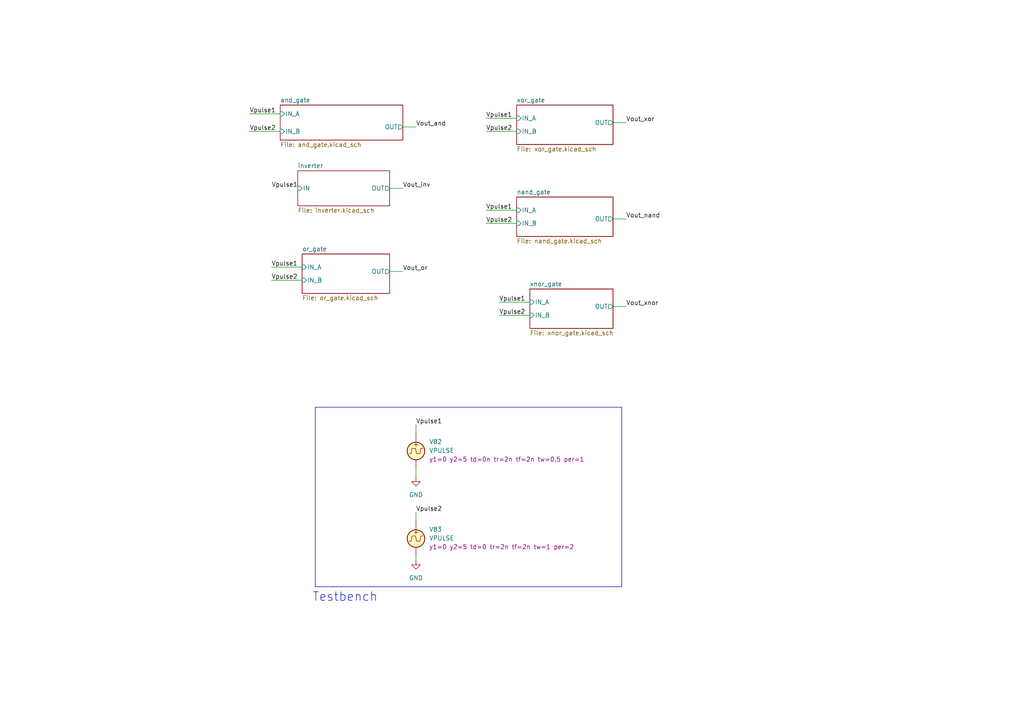
<source format=kicad_sch>
(kicad_sch (version 20250114) (generator "eeschema") (generator_version "9.0")
  (paper "A4")
  (lib_symbols
    (symbol "Simulation_SPICE:VPULSE" (pin_numbers (hide yes)) (pin_names (offset 0.0254))
      (property "Reference" "V" (at 2.54 2.54 0))
      (property "Value" "VPULSE" (at 2.54 0 0))
      (property "Sim.Params" "y1=0 y2=1 td=2n tr=2n tf=2n tw=50n per=100n" (at 2.54 -2.54 0))
      (symbol "VPULSE_0_0"
        (polyline (pts (xy -2.032 -0.762) (xy -1.397 -0.762) (xy -1.143 0.762) (xy -0.127 0.762) (xy 0.127 -0.762) (xy 1.143 -0.762) (xy 1.397 0.762) (xy 2.032 0.762)))
        (text "+" (at 0 1.905 0) (effects (font (size 1.27 1.27))))
      )
      (symbol "VPULSE_0_1"
        (circle (center 0 0) (radius 2.54) (stroke (width 0.254)) (fill (type background)))
      )
      (symbol "VPULSE_1_1"
        (pin passive line (at 0 5.08 270) (length 2.54) (name "~") (number "1"))
        (pin passive line (at 0 -5.08 90) (length 2.54) (name "~") (number "2"))
      )
    )
    (symbol "power:GND" (power) (pin_numbers (hide yes)) (pin_names (offset 0) (hide yes))
      (property "Value" "GND" (at 0 -3.81 0))
      (symbol "GND_0_1"
        (polyline (pts (xy 0 0) (xy 0 -1.27) (xy 1.27 -1.27) (xy 0 -2.54) (xy -1.27 -1.27) (xy 0 -1.27)))
      )
      (symbol "GND_1_1"
        (pin power_in line (at 0 0 270) (length 0) (name "~") (number "1"))
      )
    )
  )
  (rectangle (start 91.44 118.11) (end 180.34 170.18))
  (text "Testbench" (at 100.076 173.228 0) (effects (font (size 2.54 2.54))))
  (wire (pts (xy 177.8 63.5) (xy 181.61 63.5)))
  (wire (pts (xy 144.78 91.44) (xy 153.67 91.44)))
  (wire (pts (xy 120.65 135.89) (xy 120.65 138.43)))
  (wire (pts (xy 116.84 36.83) (xy 120.65 36.83)))
  (wire (pts (xy 72.39 38.1) (xy 81.28 38.1)))
  (wire (pts (xy 140.97 60.96) (xy 149.86 60.96)))
  (wire (pts (xy 78.74 77.47) (xy 87.63 77.47)))
  (wire (pts (xy 177.8 35.56) (xy 181.61 35.56)))
  (wire (pts (xy 120.65 148.59) (xy 120.65 151.13)))
  (wire (pts (xy 177.8 88.9) (xy 181.61 88.9)))
  (wire (pts (xy 140.97 38.1) (xy 149.86 38.1)))
  (wire (pts (xy 78.74 81.28) (xy 87.63 81.28)))
  (wire (pts (xy 113.03 78.74) (xy 116.84 78.74)))
  (wire (pts (xy 120.65 161.29) (xy 120.65 162.56)))
  (wire (pts (xy 120.65 123.19) (xy 120.65 125.73)))
  (wire (pts (xy 140.97 34.29) (xy 149.86 34.29)))
  (wire (pts (xy 113.03 54.61) (xy 116.84 54.61)))
  (wire (pts (xy 72.39 33.02) (xy 81.28 33.02)))
  (wire (pts (xy 140.97 64.77) (xy 149.86 64.77)))
  (wire (pts (xy 144.78 87.63) (xy 153.67 87.63)))
  (label "Vpulse1" (at 144.78 87.63 0))
  (label "Vpulse2" (at 140.97 64.77 0))
  (label "Vout_xor" (at 181.61 35.56 0))
  (label "Vpulse2" (at 140.97 38.1 0))
  (label "Vout_nand" (at 181.61 63.5 0))
  (label "Vpulse2" (at 72.39 38.1 0))
  (label "Vpulse1" (at 140.97 34.29 0))
  (label "Vpulse2" (at 78.74 81.28 0))
  (label "Vout_xnor" (at 181.61 88.9 0))
  (label "Vout_inv" (at 116.84 54.61 0))
  (label "Vout_and" (at 120.65 36.83 0))
  (label "Vpulse1" (at 120.65 123.19 0))
  (label "Vout_or" (at 116.84 78.74 0))
  (label "Vpulse1" (at 86.36 54.61 180))
  (label "Vpulse2" (at 144.78 91.44 0))
  (label "Vpulse1" (at 78.74 77.47 0))
  (label "Vpulse1" (at 140.97 60.96 0))
  (label "Vpulse2" (at 120.65 148.59 0))
  (label "Vpulse1" (at 72.39 33.02 0))
  (symbol (lib_id "Simulation_SPICE:VPULSE") (at 120.65 130.81 0) (unit 1)
    (property "Reference" "V82" (at 124.46 128.1401 0) (effects (justify left)))
    (property "Value" "VPULSE" (at 124.46 130.6801 0) (effects (justify left)))
    (property "Datasheet" "https://ngspice.sourceforge.io/docs/ngspice-html-manual/manual.xhtml#sec_Independent_Sources_for" (effects (hide yes)))
    (property "Description" "Voltage source, pulse" (effects (hide yes)))
    (property "Sim.Pins" "1=+ 2=-" (effects (hide yes)))
    (property "Sim.Type" "PULSE" (effects (hide yes)))
    (property "Sim.Device" "V" (effects (hide yes)))
    (property "Sim.Params" "y1=0 y2=5 td=0n tr=2n tf=2n tw=0.5 per=1" (at 124.46 133.2201 0) (effects (justify left)))
  )
  (symbol (lib_id "power:GND") (at 120.65 138.43 0) (unit 1)
    (property "Reference" "#PWR083" (effects (hide yes)))
    (property "Value" "GND" (at 120.65 143.51 0))
    (property "Description" "Power symbol creates a global label with name \"GND\" , ground" (effects (hide yes)))
  )
  (symbol (lib_id "power:GND") (at 120.65 162.56 0) (unit 1)
    (property "Reference" "#PWR084" (effects (hide yes)))
    (property "Value" "GND" (at 120.65 167.64 0))
    (property "Description" "Power symbol creates a global label with name \"GND\" , ground" (effects (hide yes)))
  )
  (symbol (lib_id "Simulation_SPICE:VPULSE") (at 120.65 156.21 0) (unit 1)
    (property "Reference" "V83" (at 124.46 153.5401 0) (effects (justify left)))
    (property "Value" "VPULSE" (at 124.46 156.0801 0) (effects (justify left)))
    (property "Datasheet" "https://ngspice.sourceforge.io/docs/ngspice-html-manual/manual.xhtml#sec_Independent_Sources_for" (effects (hide yes)))
    (property "Description" "Voltage source, pulse" (effects (hide yes)))
    (property "Sim.Pins" "1=+ 2=-" (effects (hide yes)))
    (property "Sim.Type" "PULSE" (effects (hide yes)))
    (property "Sim.Device" "V" (effects (hide yes)))
    (property "Sim.Params" "y1=0 y2=5 td=0 tr=2n tf=2n tw=1 per=2" (at 124.46 158.6201 0) (effects (justify left)))
  )
  (sheet (at 149.86 30.48) (size 27.94 11.43) (stroke (width 0.1524))
    (property "Sheetname" "xor_gate" (at 149.86 29.7684 0) (effects (justify left bottom)))
    (property "Sheetfile" "xor_gate.kicad_sch" (at 149.86 42.4946 0) (effects (justify left top)))
    (pin "IN_A" input (at 149.86 34.29 180))
    (pin "IN_B" input (at 149.86 38.1 180))
    (pin "OUT" output (at 177.8 35.56 0))
  )
  (sheet (at 81.28 30.48) (size 35.56 10.16) (stroke (width 0.1524))
    (property "Sheetname" "and_gate" (at 81.28 29.7684 0) (effects (justify left bottom)))
    (property "Sheetfile" "and_gate.kicad_sch" (at 81.28 41.2246 0) (effects (justify left top)))
    (pin "IN_A" input (at 81.28 33.02 180))
    (pin "IN_B" input (at 81.28 38.1 180))
    (pin "OUT" output (at 116.84 36.83 0))
  )
  (sheet (at 153.67 83.82) (size 24.13 11.43) (stroke (width 0.1524))
    (property "Sheetname" "xnor_gate" (at 153.67 83.1084 0) (effects (justify left bottom)))
    (property "Sheetfile" "xnor_gate.kicad_sch" (at 153.67 95.8346 0) (effects (justify left top)))
    (pin "IN_A" input (at 153.67 87.63 180))
    (pin "IN_B" input (at 153.67 91.44 180))
    (pin "OUT" output (at 177.8 88.9 0))
  )
  (sheet (at 86.36 49.53) (size 26.67 10.16) (stroke (width 0.1524))
    (property "Sheetname" "inverter" (at 86.36 48.8184 0) (effects (justify left bottom)))
    (property "Sheetfile" "inverter.kicad_sch" (at 86.36 60.2746 0) (effects (justify left top)))
    (pin "IN" input (at 86.36 54.61 180))
    (pin "OUT" output (at 113.03 54.61 0))
  )
  (sheet (at 87.63 73.66) (size 25.4 11.43) (stroke (width 0.1524))
    (property "Sheetname" "or_gate" (at 87.63 72.9484 0) (effects (justify left bottom)))
    (property "Sheetfile" "or_gate.kicad_sch" (at 87.63 85.6746 0) (effects (justify left top)))
    (pin "IN_A" input (at 87.63 77.47 180))
    (pin "IN_B" input (at 87.63 81.28 180))
    (pin "OUT" output (at 113.03 78.74 0))
  )
  (sheet (at 149.86 57.15) (size 27.94 11.43) (stroke (width 0.1524))
    (property "Sheetname" "nand_gate" (at 149.86 56.4384 0) (effects (justify left bottom)))
    (property "Sheetfile" "nand_gate.kicad_sch" (at 149.86 69.1646 0) (effects (justify left top)))
    (pin "IN_A" input (at 149.86 60.96 180))
    (pin "IN_B" input (at 149.86 64.77 180))
    (pin "OUT" output (at 177.8 63.5 0))
  )
)
</source>
